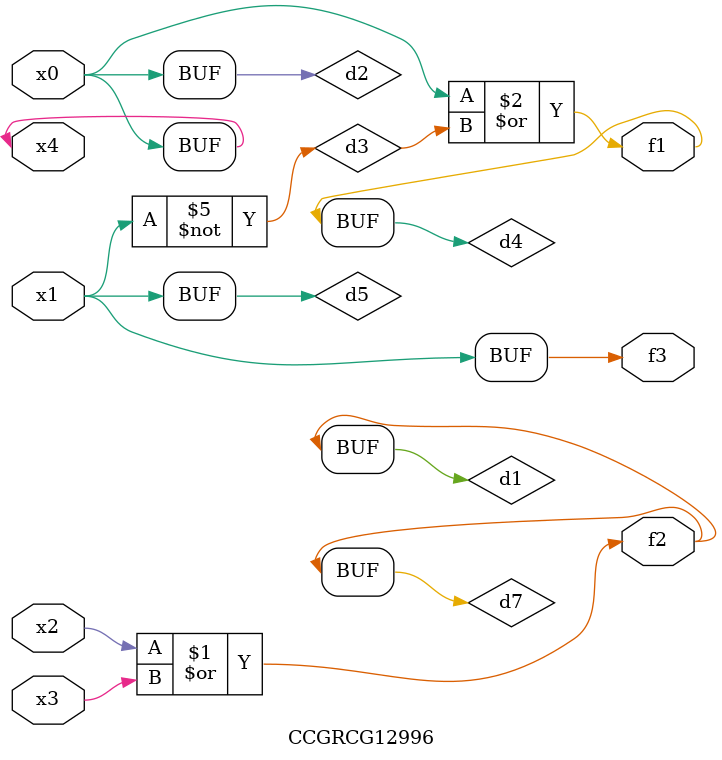
<source format=v>
module CCGRCG12996(
	input x0, x1, x2, x3, x4,
	output f1, f2, f3
);

	wire d1, d2, d3, d4, d5, d6, d7;

	or (d1, x2, x3);
	buf (d2, x0, x4);
	not (d3, x1);
	or (d4, d2, d3);
	not (d5, d3);
	nand (d6, d1, d3);
	or (d7, d1);
	assign f1 = d4;
	assign f2 = d7;
	assign f3 = d5;
endmodule

</source>
